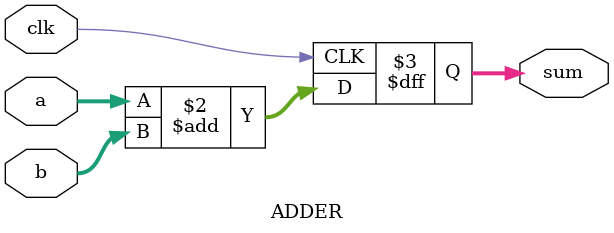
<source format=v>
`timescale 1ns / 1ps


module ADDER(a, b, clk, sum);
    input [31:0] a;
    input [31:0] b;
    input clk;
    output reg [31:0] sum;
    
    always@(posedge clk)
    begin
        sum = a + b;
    end
endmodule

</source>
